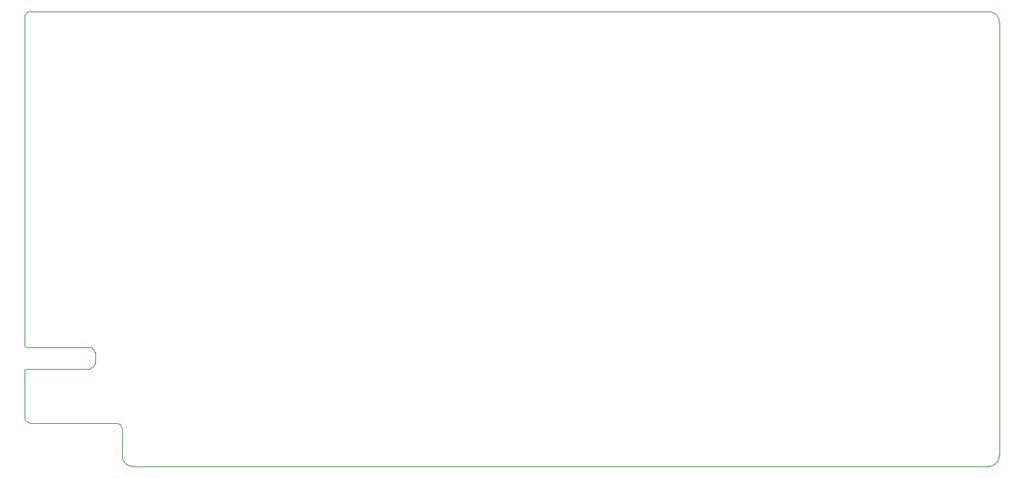
<source format=gm1>
G04 #@! TF.GenerationSoftware,KiCad,Pcbnew,(5.1.2-1)-1*
G04 #@! TF.CreationDate,2023-07-30T19:28:41+02:00*
G04 #@! TF.ProjectId,devcart32k,64657663-6172-4743-9332-6b2e6b696361,rev?*
G04 #@! TF.SameCoordinates,Original*
G04 #@! TF.FileFunction,Profile,NP*
%FSLAX46Y46*%
G04 Gerber Fmt 4.6, Leading zero omitted, Abs format (unit mm)*
G04 Created by KiCad (PCBNEW (5.1.2-1)-1) date 2023-07-30 19:28:41*
%MOMM*%
%LPD*%
G04 APERTURE LIST*
%ADD10C,0.050000*%
G04 APERTURE END LIST*
D10*
X52070000Y-117094000D02*
G75*
G02X52324000Y-116840000I254000J0D01*
G01*
X52324000Y-114300000D02*
G75*
G02X52070000Y-114046000I0J254000D01*
G01*
X60325000Y-116205000D02*
X60325000Y-114935000D01*
X60325000Y-116205000D02*
G75*
G02X59690000Y-116840000I-635000J0D01*
G01*
X59690000Y-114300000D02*
G75*
G02X60325000Y-114935000I0J-635000D01*
G01*
X52705000Y-123190000D02*
X62865000Y-123190000D01*
X52705000Y-123190000D02*
G75*
G02X52070000Y-122555000I0J635000D01*
G01*
X52070000Y-117094000D02*
X52070000Y-122555000D01*
X59690000Y-116840000D02*
X52324000Y-116840000D01*
X52324000Y-114300000D02*
X59690000Y-114300000D01*
X52070000Y-75565000D02*
X52070000Y-114046000D01*
X52070000Y-75565000D02*
G75*
G02X52705000Y-74930000I635000J0D01*
G01*
X60960000Y-74930000D02*
X52705000Y-74930000D01*
X166370000Y-127000000D02*
G75*
G02X165100000Y-128270000I-1270000J0D01*
G01*
X166370000Y-127000000D02*
X166370000Y-76200000D01*
X64770000Y-128270000D02*
X165100000Y-128270000D01*
X64770000Y-128270000D02*
G75*
G02X63500000Y-127000000I0J1270000D01*
G01*
X63500000Y-123825000D02*
X63500000Y-127000000D01*
X62865000Y-123190000D02*
G75*
G02X63500000Y-123825000I0J-635000D01*
G01*
X165100000Y-74930000D02*
G75*
G02X166370000Y-76200000I0J-1270000D01*
G01*
X60960000Y-74930000D02*
X165100000Y-74930000D01*
M02*

</source>
